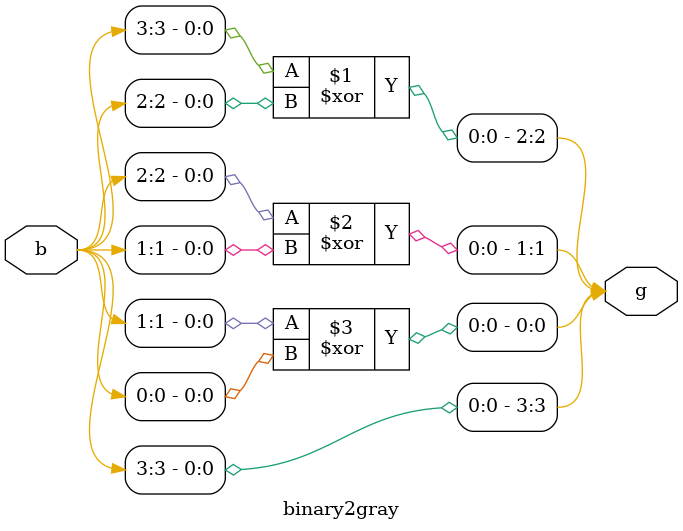
<source format=v>
module binary2gray(input [3:0]b, output [3:0]g);
  assign g[3]= b[3];
  assign g[2]= b[3]^b[2];
  assign g[1]= b[2]^b[1];
  assign g[0]= b[1]^b[0];
endmodule

</source>
